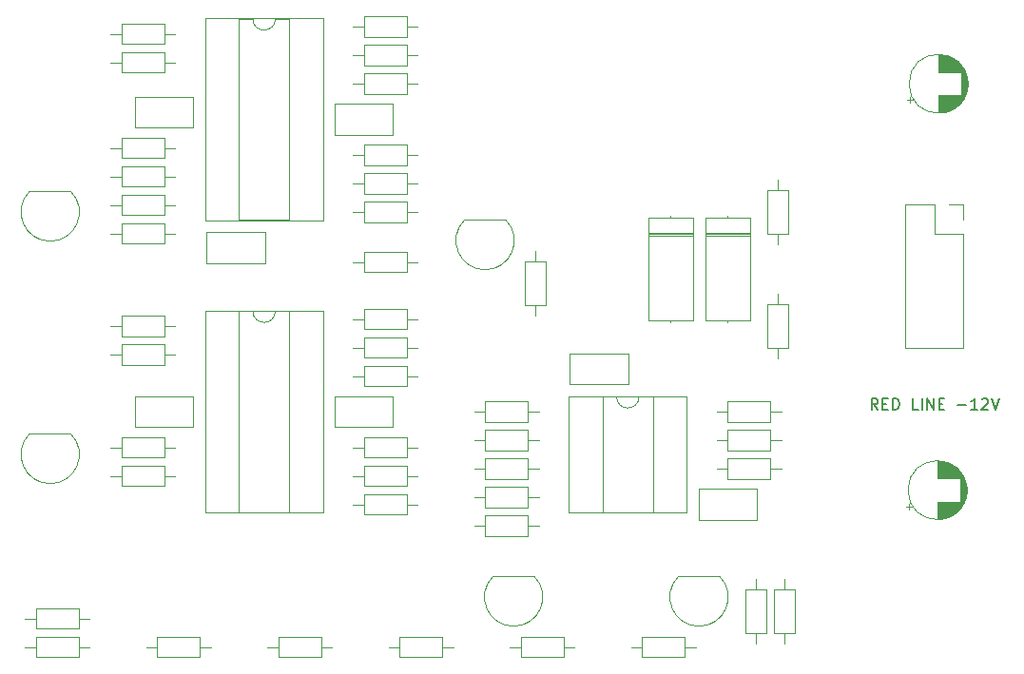
<source format=gbo>
%TF.GenerationSoftware,KiCad,Pcbnew,5.1.12-1.fc34*%
%TF.CreationDate,2022-01-17T20:48:41+01:00*%
%TF.ProjectId,lfo,6c666f2e-6b69-4636-9164-5f7063625858,rev?*%
%TF.SameCoordinates,Original*%
%TF.FileFunction,Legend,Bot*%
%TF.FilePolarity,Positive*%
%FSLAX46Y46*%
G04 Gerber Fmt 4.6, Leading zero omitted, Abs format (unit mm)*
G04 Created by KiCad (PCBNEW 5.1.12-1.fc34) date 2022-01-17 20:48:41*
%MOMM*%
%LPD*%
G01*
G04 APERTURE LIST*
%ADD10C,0.150000*%
%ADD11C,0.120000*%
%ADD12C,3.200000*%
%ADD13C,4.000000*%
%ADD14C,1.800000*%
%ADD15O,2.400000X1.600000*%
%ADD16R,2.400000X1.600000*%
%ADD17C,1.440000*%
%ADD18O,1.400000X1.400000*%
%ADD19C,1.400000*%
%ADD20R,1.050000X1.500000*%
%ADD21O,1.050000X1.500000*%
%ADD22C,2.130000*%
%ADD23R,1.930000X1.830000*%
%ADD24O,1.700000X1.700000*%
%ADD25R,1.700000X1.700000*%
%ADD26O,2.800000X2.800000*%
%ADD27R,2.800000X2.800000*%
%ADD28R,1.800000X1.800000*%
%ADD29C,1.600000*%
%ADD30R,1.600000X1.600000*%
G04 APERTURE END LIST*
D10*
X137851190Y-102052380D02*
X137517857Y-101576190D01*
X137279761Y-102052380D02*
X137279761Y-101052380D01*
X137660714Y-101052380D01*
X137755952Y-101100000D01*
X137803571Y-101147619D01*
X137851190Y-101242857D01*
X137851190Y-101385714D01*
X137803571Y-101480952D01*
X137755952Y-101528571D01*
X137660714Y-101576190D01*
X137279761Y-101576190D01*
X138279761Y-101528571D02*
X138613095Y-101528571D01*
X138755952Y-102052380D02*
X138279761Y-102052380D01*
X138279761Y-101052380D01*
X138755952Y-101052380D01*
X139184523Y-102052380D02*
X139184523Y-101052380D01*
X139422619Y-101052380D01*
X139565476Y-101100000D01*
X139660714Y-101195238D01*
X139708333Y-101290476D01*
X139755952Y-101480952D01*
X139755952Y-101623809D01*
X139708333Y-101814285D01*
X139660714Y-101909523D01*
X139565476Y-102004761D01*
X139422619Y-102052380D01*
X139184523Y-102052380D01*
X141422619Y-102052380D02*
X140946428Y-102052380D01*
X140946428Y-101052380D01*
X141755952Y-102052380D02*
X141755952Y-101052380D01*
X142232142Y-102052380D02*
X142232142Y-101052380D01*
X142803571Y-102052380D01*
X142803571Y-101052380D01*
X143279761Y-101528571D02*
X143613095Y-101528571D01*
X143755952Y-102052380D02*
X143279761Y-102052380D01*
X143279761Y-101052380D01*
X143755952Y-101052380D01*
X144946428Y-101671428D02*
X145708333Y-101671428D01*
X146708333Y-102052380D02*
X146136904Y-102052380D01*
X146422619Y-102052380D02*
X146422619Y-101052380D01*
X146327380Y-101195238D01*
X146232142Y-101290476D01*
X146136904Y-101338095D01*
X147089285Y-101147619D02*
X147136904Y-101100000D01*
X147232142Y-101052380D01*
X147470238Y-101052380D01*
X147565476Y-101100000D01*
X147613095Y-101147619D01*
X147660714Y-101242857D01*
X147660714Y-101338095D01*
X147613095Y-101480952D01*
X147041666Y-102052380D01*
X147660714Y-102052380D01*
X147946428Y-101052380D02*
X148279761Y-102052380D01*
X148613095Y-101052380D01*
D11*
X116570000Y-100905000D02*
X117820000Y-100905000D01*
X117820000Y-100905000D02*
X117820000Y-111185000D01*
X117820000Y-111185000D02*
X113320000Y-111185000D01*
X113320000Y-111185000D02*
X113320000Y-100905000D01*
X113320000Y-100905000D02*
X114570000Y-100905000D01*
X120820000Y-100845000D02*
X120820000Y-111245000D01*
X120820000Y-111245000D02*
X110320000Y-111245000D01*
X110320000Y-111245000D02*
X110320000Y-100845000D01*
X110320000Y-100845000D02*
X120820000Y-100845000D01*
X114570000Y-100905000D02*
G75*
G03*
X116570000Y-100905000I1000000J0D01*
G01*
X84185000Y-93285000D02*
X85435000Y-93285000D01*
X85435000Y-93285000D02*
X85435000Y-111185000D01*
X85435000Y-111185000D02*
X80935000Y-111185000D01*
X80935000Y-111185000D02*
X80935000Y-93285000D01*
X80935000Y-93285000D02*
X82185000Y-93285000D01*
X88435000Y-93225000D02*
X88435000Y-111245000D01*
X88435000Y-111245000D02*
X77935000Y-111245000D01*
X77935000Y-111245000D02*
X77935000Y-93225000D01*
X77935000Y-93225000D02*
X88435000Y-93225000D01*
X82185000Y-93285000D02*
G75*
G03*
X84185000Y-93285000I1000000J0D01*
G01*
X84185000Y-67250000D02*
X85435000Y-67250000D01*
X85435000Y-67250000D02*
X85435000Y-85150000D01*
X85435000Y-85150000D02*
X80935000Y-85150000D01*
X80935000Y-85150000D02*
X80935000Y-67250000D01*
X80935000Y-67250000D02*
X82185000Y-67250000D01*
X88435000Y-67190000D02*
X88435000Y-85210000D01*
X88435000Y-85210000D02*
X77935000Y-85210000D01*
X77935000Y-85210000D02*
X77935000Y-67190000D01*
X77935000Y-67190000D02*
X88435000Y-67190000D01*
X82185000Y-67250000D02*
G75*
G03*
X84185000Y-67250000I1000000J0D01*
G01*
X106695000Y-103855000D02*
X106695000Y-105695000D01*
X106695000Y-105695000D02*
X102855000Y-105695000D01*
X102855000Y-105695000D02*
X102855000Y-103855000D01*
X102855000Y-103855000D02*
X106695000Y-103855000D01*
X107645000Y-104775000D02*
X106695000Y-104775000D01*
X101905000Y-104775000D02*
X102855000Y-104775000D01*
X129825000Y-96535000D02*
X127985000Y-96535000D01*
X127985000Y-96535000D02*
X127985000Y-92695000D01*
X127985000Y-92695000D02*
X129825000Y-92695000D01*
X129825000Y-92695000D02*
X129825000Y-96535000D01*
X128905000Y-97485000D02*
X128905000Y-96535000D01*
X128905000Y-91745000D02*
X128905000Y-92695000D01*
X127985000Y-82535000D02*
X129825000Y-82535000D01*
X129825000Y-82535000D02*
X129825000Y-86375000D01*
X129825000Y-86375000D02*
X127985000Y-86375000D01*
X127985000Y-86375000D02*
X127985000Y-82535000D01*
X128905000Y-81585000D02*
X128905000Y-82535000D01*
X128905000Y-87325000D02*
X128905000Y-86375000D01*
X95900000Y-67025000D02*
X95900000Y-68865000D01*
X95900000Y-68865000D02*
X92060000Y-68865000D01*
X92060000Y-68865000D02*
X92060000Y-67025000D01*
X92060000Y-67025000D02*
X95900000Y-67025000D01*
X96850000Y-67945000D02*
X95900000Y-67945000D01*
X91110000Y-67945000D02*
X92060000Y-67945000D01*
X73645000Y-124110000D02*
X73645000Y-122270000D01*
X73645000Y-122270000D02*
X77485000Y-122270000D01*
X77485000Y-122270000D02*
X77485000Y-124110000D01*
X77485000Y-124110000D02*
X73645000Y-124110000D01*
X72695000Y-123190000D02*
X73645000Y-123190000D01*
X78435000Y-123190000D02*
X77485000Y-123190000D01*
X95235000Y-124110000D02*
X95235000Y-122270000D01*
X95235000Y-122270000D02*
X99075000Y-122270000D01*
X99075000Y-122270000D02*
X99075000Y-124110000D01*
X99075000Y-124110000D02*
X95235000Y-124110000D01*
X94285000Y-123190000D02*
X95235000Y-123190000D01*
X100025000Y-123190000D02*
X99075000Y-123190000D01*
X70470000Y-95535000D02*
X70470000Y-93695000D01*
X70470000Y-93695000D02*
X74310000Y-93695000D01*
X74310000Y-93695000D02*
X74310000Y-95535000D01*
X74310000Y-95535000D02*
X70470000Y-95535000D01*
X69520000Y-94615000D02*
X70470000Y-94615000D01*
X75260000Y-94615000D02*
X74310000Y-94615000D01*
X84440000Y-124110000D02*
X84440000Y-122270000D01*
X84440000Y-122270000D02*
X88280000Y-122270000D01*
X88280000Y-122270000D02*
X88280000Y-124110000D01*
X88280000Y-124110000D02*
X84440000Y-124110000D01*
X83490000Y-123190000D02*
X84440000Y-123190000D01*
X89230000Y-123190000D02*
X88280000Y-123190000D01*
X74310000Y-96235000D02*
X74310000Y-98075000D01*
X74310000Y-98075000D02*
X70470000Y-98075000D01*
X70470000Y-98075000D02*
X70470000Y-96235000D01*
X70470000Y-96235000D02*
X74310000Y-96235000D01*
X75260000Y-97155000D02*
X74310000Y-97155000D01*
X69520000Y-97155000D02*
X70470000Y-97155000D01*
X95900000Y-109570000D02*
X95900000Y-111410000D01*
X95900000Y-111410000D02*
X92060000Y-111410000D01*
X92060000Y-111410000D02*
X92060000Y-109570000D01*
X92060000Y-109570000D02*
X95900000Y-109570000D01*
X96850000Y-110490000D02*
X95900000Y-110490000D01*
X91110000Y-110490000D02*
X92060000Y-110490000D01*
X106030000Y-124110000D02*
X106030000Y-122270000D01*
X106030000Y-122270000D02*
X109870000Y-122270000D01*
X109870000Y-122270000D02*
X109870000Y-124110000D01*
X109870000Y-124110000D02*
X106030000Y-124110000D01*
X105080000Y-123190000D02*
X106030000Y-123190000D01*
X110820000Y-123190000D02*
X109870000Y-123190000D01*
X106695000Y-106395000D02*
X106695000Y-108235000D01*
X106695000Y-108235000D02*
X102855000Y-108235000D01*
X102855000Y-108235000D02*
X102855000Y-106395000D01*
X102855000Y-106395000D02*
X106695000Y-106395000D01*
X107645000Y-107315000D02*
X106695000Y-107315000D01*
X101905000Y-107315000D02*
X102855000Y-107315000D01*
X95900000Y-104490000D02*
X95900000Y-106330000D01*
X95900000Y-106330000D02*
X92060000Y-106330000D01*
X92060000Y-106330000D02*
X92060000Y-104490000D01*
X92060000Y-104490000D02*
X95900000Y-104490000D01*
X96850000Y-105410000D02*
X95900000Y-105410000D01*
X91110000Y-105410000D02*
X92060000Y-105410000D01*
X92060000Y-108870000D02*
X92060000Y-107030000D01*
X92060000Y-107030000D02*
X95900000Y-107030000D01*
X95900000Y-107030000D02*
X95900000Y-108870000D01*
X95900000Y-108870000D02*
X92060000Y-108870000D01*
X91110000Y-107950000D02*
X92060000Y-107950000D01*
X96850000Y-107950000D02*
X95900000Y-107950000D01*
X124445000Y-103155000D02*
X124445000Y-101315000D01*
X124445000Y-101315000D02*
X128285000Y-101315000D01*
X128285000Y-101315000D02*
X128285000Y-103155000D01*
X128285000Y-103155000D02*
X124445000Y-103155000D01*
X123495000Y-102235000D02*
X124445000Y-102235000D01*
X129235000Y-102235000D02*
X128285000Y-102235000D01*
X127920000Y-121935000D02*
X126080000Y-121935000D01*
X126080000Y-121935000D02*
X126080000Y-118095000D01*
X126080000Y-118095000D02*
X127920000Y-118095000D01*
X127920000Y-118095000D02*
X127920000Y-121935000D01*
X127000000Y-122885000D02*
X127000000Y-121935000D01*
X127000000Y-117145000D02*
X127000000Y-118095000D01*
X130460000Y-121935000D02*
X128620000Y-121935000D01*
X128620000Y-121935000D02*
X128620000Y-118095000D01*
X128620000Y-118095000D02*
X130460000Y-118095000D01*
X130460000Y-118095000D02*
X130460000Y-121935000D01*
X129540000Y-122885000D02*
X129540000Y-121935000D01*
X129540000Y-117145000D02*
X129540000Y-118095000D01*
X92060000Y-94900000D02*
X92060000Y-93060000D01*
X92060000Y-93060000D02*
X95900000Y-93060000D01*
X95900000Y-93060000D02*
X95900000Y-94900000D01*
X95900000Y-94900000D02*
X92060000Y-94900000D01*
X91110000Y-93980000D02*
X92060000Y-93980000D01*
X96850000Y-93980000D02*
X95900000Y-93980000D01*
X124445000Y-105695000D02*
X124445000Y-103855000D01*
X124445000Y-103855000D02*
X128285000Y-103855000D01*
X128285000Y-103855000D02*
X128285000Y-105695000D01*
X128285000Y-105695000D02*
X124445000Y-105695000D01*
X123495000Y-104775000D02*
X124445000Y-104775000D01*
X129235000Y-104775000D02*
X128285000Y-104775000D01*
X124445000Y-108235000D02*
X124445000Y-106395000D01*
X124445000Y-106395000D02*
X128285000Y-106395000D01*
X128285000Y-106395000D02*
X128285000Y-108235000D01*
X128285000Y-108235000D02*
X124445000Y-108235000D01*
X123495000Y-107315000D02*
X124445000Y-107315000D01*
X129235000Y-107315000D02*
X128285000Y-107315000D01*
X106695000Y-111475000D02*
X106695000Y-113315000D01*
X106695000Y-113315000D02*
X102855000Y-113315000D01*
X102855000Y-113315000D02*
X102855000Y-111475000D01*
X102855000Y-111475000D02*
X106695000Y-111475000D01*
X107645000Y-112395000D02*
X106695000Y-112395000D01*
X101905000Y-112395000D02*
X102855000Y-112395000D01*
X92060000Y-99980000D02*
X92060000Y-98140000D01*
X92060000Y-98140000D02*
X95900000Y-98140000D01*
X95900000Y-98140000D02*
X95900000Y-99980000D01*
X95900000Y-99980000D02*
X92060000Y-99980000D01*
X91110000Y-99060000D02*
X92060000Y-99060000D01*
X96850000Y-99060000D02*
X95900000Y-99060000D01*
X92060000Y-97440000D02*
X92060000Y-95600000D01*
X92060000Y-95600000D02*
X95900000Y-95600000D01*
X95900000Y-95600000D02*
X95900000Y-97440000D01*
X95900000Y-97440000D02*
X92060000Y-97440000D01*
X91110000Y-96520000D02*
X92060000Y-96520000D01*
X96850000Y-96520000D02*
X95900000Y-96520000D01*
X62850000Y-124110000D02*
X62850000Y-122270000D01*
X62850000Y-122270000D02*
X66690000Y-122270000D01*
X66690000Y-122270000D02*
X66690000Y-124110000D01*
X66690000Y-124110000D02*
X62850000Y-124110000D01*
X61900000Y-123190000D02*
X62850000Y-123190000D01*
X67640000Y-123190000D02*
X66690000Y-123190000D01*
X102855000Y-103155000D02*
X102855000Y-101315000D01*
X102855000Y-101315000D02*
X106695000Y-101315000D01*
X106695000Y-101315000D02*
X106695000Y-103155000D01*
X106695000Y-103155000D02*
X102855000Y-103155000D01*
X101905000Y-102235000D02*
X102855000Y-102235000D01*
X107645000Y-102235000D02*
X106695000Y-102235000D01*
X66690000Y-119730000D02*
X66690000Y-121570000D01*
X66690000Y-121570000D02*
X62850000Y-121570000D01*
X62850000Y-121570000D02*
X62850000Y-119730000D01*
X62850000Y-119730000D02*
X66690000Y-119730000D01*
X67640000Y-120650000D02*
X66690000Y-120650000D01*
X61900000Y-120650000D02*
X62850000Y-120650000D01*
X74310000Y-104490000D02*
X74310000Y-106330000D01*
X74310000Y-106330000D02*
X70470000Y-106330000D01*
X70470000Y-106330000D02*
X70470000Y-104490000D01*
X70470000Y-104490000D02*
X74310000Y-104490000D01*
X75260000Y-105410000D02*
X74310000Y-105410000D01*
X69520000Y-105410000D02*
X70470000Y-105410000D01*
X70470000Y-108870000D02*
X70470000Y-107030000D01*
X70470000Y-107030000D02*
X74310000Y-107030000D01*
X74310000Y-107030000D02*
X74310000Y-108870000D01*
X74310000Y-108870000D02*
X70470000Y-108870000D01*
X69520000Y-107950000D02*
X70470000Y-107950000D01*
X75260000Y-107950000D02*
X74310000Y-107950000D01*
X106695000Y-108935000D02*
X106695000Y-110775000D01*
X106695000Y-110775000D02*
X102855000Y-110775000D01*
X102855000Y-110775000D02*
X102855000Y-108935000D01*
X102855000Y-108935000D02*
X106695000Y-108935000D01*
X107645000Y-109855000D02*
X106695000Y-109855000D01*
X101905000Y-109855000D02*
X102855000Y-109855000D01*
X116825000Y-124110000D02*
X116825000Y-122270000D01*
X116825000Y-122270000D02*
X120665000Y-122270000D01*
X120665000Y-122270000D02*
X120665000Y-124110000D01*
X120665000Y-124110000D02*
X116825000Y-124110000D01*
X115875000Y-123190000D02*
X116825000Y-123190000D01*
X121615000Y-123190000D02*
X120665000Y-123190000D01*
X70470000Y-72040000D02*
X70470000Y-70200000D01*
X70470000Y-70200000D02*
X74310000Y-70200000D01*
X74310000Y-70200000D02*
X74310000Y-72040000D01*
X74310000Y-72040000D02*
X70470000Y-72040000D01*
X69520000Y-71120000D02*
X70470000Y-71120000D01*
X75260000Y-71120000D02*
X74310000Y-71120000D01*
X106395000Y-88885000D02*
X108235000Y-88885000D01*
X108235000Y-88885000D02*
X108235000Y-92725000D01*
X108235000Y-92725000D02*
X106395000Y-92725000D01*
X106395000Y-92725000D02*
X106395000Y-88885000D01*
X107315000Y-87935000D02*
X107315000Y-88885000D01*
X107315000Y-93675000D02*
X107315000Y-92725000D01*
X74310000Y-67660000D02*
X74310000Y-69500000D01*
X74310000Y-69500000D02*
X70470000Y-69500000D01*
X70470000Y-69500000D02*
X70470000Y-67660000D01*
X70470000Y-67660000D02*
X74310000Y-67660000D01*
X75260000Y-68580000D02*
X74310000Y-68580000D01*
X69520000Y-68580000D02*
X70470000Y-68580000D01*
X92060000Y-89820000D02*
X92060000Y-87980000D01*
X92060000Y-87980000D02*
X95900000Y-87980000D01*
X95900000Y-87980000D02*
X95900000Y-89820000D01*
X95900000Y-89820000D02*
X92060000Y-89820000D01*
X91110000Y-88900000D02*
X92060000Y-88900000D01*
X96850000Y-88900000D02*
X95900000Y-88900000D01*
X95900000Y-78455000D02*
X95900000Y-80295000D01*
X95900000Y-80295000D02*
X92060000Y-80295000D01*
X92060000Y-80295000D02*
X92060000Y-78455000D01*
X92060000Y-78455000D02*
X95900000Y-78455000D01*
X96850000Y-79375000D02*
X95900000Y-79375000D01*
X91110000Y-79375000D02*
X92060000Y-79375000D01*
X74310000Y-77820000D02*
X74310000Y-79660000D01*
X74310000Y-79660000D02*
X70470000Y-79660000D01*
X70470000Y-79660000D02*
X70470000Y-77820000D01*
X70470000Y-77820000D02*
X74310000Y-77820000D01*
X75260000Y-78740000D02*
X74310000Y-78740000D01*
X69520000Y-78740000D02*
X70470000Y-78740000D01*
X70470000Y-87280000D02*
X70470000Y-85440000D01*
X70470000Y-85440000D02*
X74310000Y-85440000D01*
X74310000Y-85440000D02*
X74310000Y-87280000D01*
X74310000Y-87280000D02*
X70470000Y-87280000D01*
X69520000Y-86360000D02*
X70470000Y-86360000D01*
X75260000Y-86360000D02*
X74310000Y-86360000D01*
X74310000Y-80360000D02*
X74310000Y-82200000D01*
X74310000Y-82200000D02*
X70470000Y-82200000D01*
X70470000Y-82200000D02*
X70470000Y-80360000D01*
X70470000Y-80360000D02*
X74310000Y-80360000D01*
X75260000Y-81280000D02*
X74310000Y-81280000D01*
X69520000Y-81280000D02*
X70470000Y-81280000D01*
X74310000Y-82900000D02*
X74310000Y-84740000D01*
X74310000Y-84740000D02*
X70470000Y-84740000D01*
X70470000Y-84740000D02*
X70470000Y-82900000D01*
X70470000Y-82900000D02*
X74310000Y-82900000D01*
X75260000Y-83820000D02*
X74310000Y-83820000D01*
X69520000Y-83820000D02*
X70470000Y-83820000D01*
X92060000Y-85375000D02*
X92060000Y-83535000D01*
X92060000Y-83535000D02*
X95900000Y-83535000D01*
X95900000Y-83535000D02*
X95900000Y-85375000D01*
X95900000Y-85375000D02*
X92060000Y-85375000D01*
X91110000Y-84455000D02*
X92060000Y-84455000D01*
X96850000Y-84455000D02*
X95900000Y-84455000D01*
X92060000Y-82835000D02*
X92060000Y-80995000D01*
X92060000Y-80995000D02*
X95900000Y-80995000D01*
X95900000Y-80995000D02*
X95900000Y-82835000D01*
X95900000Y-82835000D02*
X92060000Y-82835000D01*
X91110000Y-81915000D02*
X92060000Y-81915000D01*
X96850000Y-81915000D02*
X95900000Y-81915000D01*
X92060000Y-73945000D02*
X92060000Y-72105000D01*
X92060000Y-72105000D02*
X95900000Y-72105000D01*
X95900000Y-72105000D02*
X95900000Y-73945000D01*
X95900000Y-73945000D02*
X92060000Y-73945000D01*
X91110000Y-73025000D02*
X92060000Y-73025000D01*
X96850000Y-73025000D02*
X95900000Y-73025000D01*
X92060000Y-71405000D02*
X92060000Y-69565000D01*
X92060000Y-69565000D02*
X95900000Y-69565000D01*
X95900000Y-69565000D02*
X95900000Y-71405000D01*
X95900000Y-71405000D02*
X92060000Y-71405000D01*
X91110000Y-70485000D02*
X92060000Y-70485000D01*
X96850000Y-70485000D02*
X95900000Y-70485000D01*
X120120000Y-116895000D02*
X123720000Y-116895000D01*
X123758478Y-116906522D02*
G75*
G02*
X121920000Y-121345000I-1838478J-1838478D01*
G01*
X120081522Y-116906522D02*
G75*
G03*
X121920000Y-121345000I1838478J-1838478D01*
G01*
X62335000Y-104195000D02*
X65935000Y-104195000D01*
X65973478Y-104206522D02*
G75*
G02*
X64135000Y-108645000I-1838478J-1838478D01*
G01*
X62296522Y-104206522D02*
G75*
G03*
X64135000Y-108645000I1838478J-1838478D01*
G01*
X103610000Y-116895000D02*
X107210000Y-116895000D01*
X107248478Y-116906522D02*
G75*
G02*
X105410000Y-121345000I-1838478J-1838478D01*
G01*
X103571522Y-116906522D02*
G75*
G03*
X105410000Y-121345000I1838478J-1838478D01*
G01*
X101070000Y-85145000D02*
X104670000Y-85145000D01*
X104708478Y-85156522D02*
G75*
G02*
X102870000Y-89595000I-1838478J-1838478D01*
G01*
X101031522Y-85156522D02*
G75*
G03*
X102870000Y-89595000I1838478J-1838478D01*
G01*
X62335000Y-82605000D02*
X65935000Y-82605000D01*
X65973478Y-82616522D02*
G75*
G02*
X64135000Y-87055000I-1838478J-1838478D01*
G01*
X62296522Y-82616522D02*
G75*
G03*
X64135000Y-87055000I1838478J-1838478D01*
G01*
X145475000Y-96580000D02*
X140275000Y-96580000D01*
X145475000Y-86360000D02*
X145475000Y-96580000D01*
X140275000Y-83760000D02*
X140275000Y-96580000D01*
X145475000Y-86360000D02*
X142875000Y-86360000D01*
X142875000Y-86360000D02*
X142875000Y-83760000D01*
X142875000Y-83760000D02*
X140275000Y-83760000D01*
X145475000Y-85090000D02*
X145475000Y-83760000D01*
X145475000Y-83760000D02*
X144145000Y-83760000D01*
X122490000Y-84965000D02*
X126430000Y-84965000D01*
X126430000Y-84965000D02*
X126430000Y-94105000D01*
X126430000Y-94105000D02*
X122490000Y-94105000D01*
X122490000Y-94105000D02*
X122490000Y-84965000D01*
X124460000Y-84825000D02*
X124460000Y-84965000D01*
X124460000Y-94245000D02*
X124460000Y-94105000D01*
X122490000Y-86420000D02*
X126430000Y-86420000D01*
X122490000Y-86540000D02*
X126430000Y-86540000D01*
X122490000Y-86300000D02*
X126430000Y-86300000D01*
X117410000Y-84965000D02*
X121350000Y-84965000D01*
X121350000Y-84965000D02*
X121350000Y-94105000D01*
X121350000Y-94105000D02*
X117410000Y-94105000D01*
X117410000Y-94105000D02*
X117410000Y-84965000D01*
X119380000Y-84825000D02*
X119380000Y-84965000D01*
X119380000Y-94245000D02*
X119380000Y-94105000D01*
X117410000Y-86420000D02*
X121350000Y-86420000D01*
X117410000Y-86540000D02*
X121350000Y-86540000D01*
X117410000Y-86300000D02*
X121350000Y-86300000D01*
X145765000Y-109220000D02*
G75*
G03*
X145765000Y-109220000I-2620000J0D01*
G01*
X143145000Y-108180000D02*
X143145000Y-106640000D01*
X143145000Y-111800000D02*
X143145000Y-110260000D01*
X143185000Y-108180000D02*
X143185000Y-106640000D01*
X143185000Y-111800000D02*
X143185000Y-110260000D01*
X143225000Y-111799000D02*
X143225000Y-110260000D01*
X143225000Y-108180000D02*
X143225000Y-106641000D01*
X143265000Y-111798000D02*
X143265000Y-110260000D01*
X143265000Y-108180000D02*
X143265000Y-106642000D01*
X143305000Y-111796000D02*
X143305000Y-110260000D01*
X143305000Y-108180000D02*
X143305000Y-106644000D01*
X143345000Y-111793000D02*
X143345000Y-110260000D01*
X143345000Y-108180000D02*
X143345000Y-106647000D01*
X143385000Y-111789000D02*
X143385000Y-110260000D01*
X143385000Y-108180000D02*
X143385000Y-106651000D01*
X143425000Y-111785000D02*
X143425000Y-110260000D01*
X143425000Y-108180000D02*
X143425000Y-106655000D01*
X143465000Y-111781000D02*
X143465000Y-110260000D01*
X143465000Y-108180000D02*
X143465000Y-106659000D01*
X143505000Y-111776000D02*
X143505000Y-110260000D01*
X143505000Y-108180000D02*
X143505000Y-106664000D01*
X143545000Y-111770000D02*
X143545000Y-110260000D01*
X143545000Y-108180000D02*
X143545000Y-106670000D01*
X143585000Y-111763000D02*
X143585000Y-110260000D01*
X143585000Y-108180000D02*
X143585000Y-106677000D01*
X143625000Y-111756000D02*
X143625000Y-110260000D01*
X143625000Y-108180000D02*
X143625000Y-106684000D01*
X143665000Y-111748000D02*
X143665000Y-110260000D01*
X143665000Y-108180000D02*
X143665000Y-106692000D01*
X143705000Y-111740000D02*
X143705000Y-110260000D01*
X143705000Y-108180000D02*
X143705000Y-106700000D01*
X143745000Y-111731000D02*
X143745000Y-110260000D01*
X143745000Y-108180000D02*
X143745000Y-106709000D01*
X143785000Y-111721000D02*
X143785000Y-110260000D01*
X143785000Y-108180000D02*
X143785000Y-106719000D01*
X143825000Y-111711000D02*
X143825000Y-110260000D01*
X143825000Y-108180000D02*
X143825000Y-106729000D01*
X143866000Y-111700000D02*
X143866000Y-110260000D01*
X143866000Y-108180000D02*
X143866000Y-106740000D01*
X143906000Y-111688000D02*
X143906000Y-110260000D01*
X143906000Y-108180000D02*
X143906000Y-106752000D01*
X143946000Y-111675000D02*
X143946000Y-110260000D01*
X143946000Y-108180000D02*
X143946000Y-106765000D01*
X143986000Y-111662000D02*
X143986000Y-110260000D01*
X143986000Y-108180000D02*
X143986000Y-106778000D01*
X144026000Y-111648000D02*
X144026000Y-110260000D01*
X144026000Y-108180000D02*
X144026000Y-106792000D01*
X144066000Y-111634000D02*
X144066000Y-110260000D01*
X144066000Y-108180000D02*
X144066000Y-106806000D01*
X144106000Y-111618000D02*
X144106000Y-110260000D01*
X144106000Y-108180000D02*
X144106000Y-106822000D01*
X144146000Y-111602000D02*
X144146000Y-110260000D01*
X144146000Y-108180000D02*
X144146000Y-106838000D01*
X144186000Y-111585000D02*
X144186000Y-110260000D01*
X144186000Y-108180000D02*
X144186000Y-106855000D01*
X144226000Y-111568000D02*
X144226000Y-110260000D01*
X144226000Y-108180000D02*
X144226000Y-106872000D01*
X144266000Y-111549000D02*
X144266000Y-110260000D01*
X144266000Y-108180000D02*
X144266000Y-106891000D01*
X144306000Y-111530000D02*
X144306000Y-110260000D01*
X144306000Y-108180000D02*
X144306000Y-106910000D01*
X144346000Y-111510000D02*
X144346000Y-110260000D01*
X144346000Y-108180000D02*
X144346000Y-106930000D01*
X144386000Y-111488000D02*
X144386000Y-110260000D01*
X144386000Y-108180000D02*
X144386000Y-106952000D01*
X144426000Y-111467000D02*
X144426000Y-110260000D01*
X144426000Y-108180000D02*
X144426000Y-106973000D01*
X144466000Y-111444000D02*
X144466000Y-110260000D01*
X144466000Y-108180000D02*
X144466000Y-106996000D01*
X144506000Y-111420000D02*
X144506000Y-110260000D01*
X144506000Y-108180000D02*
X144506000Y-107020000D01*
X144546000Y-111395000D02*
X144546000Y-110260000D01*
X144546000Y-108180000D02*
X144546000Y-107045000D01*
X144586000Y-111369000D02*
X144586000Y-110260000D01*
X144586000Y-108180000D02*
X144586000Y-107071000D01*
X144626000Y-111342000D02*
X144626000Y-110260000D01*
X144626000Y-108180000D02*
X144626000Y-107098000D01*
X144666000Y-111315000D02*
X144666000Y-110260000D01*
X144666000Y-108180000D02*
X144666000Y-107125000D01*
X144706000Y-111285000D02*
X144706000Y-110260000D01*
X144706000Y-108180000D02*
X144706000Y-107155000D01*
X144746000Y-111255000D02*
X144746000Y-110260000D01*
X144746000Y-108180000D02*
X144746000Y-107185000D01*
X144786000Y-111224000D02*
X144786000Y-110260000D01*
X144786000Y-108180000D02*
X144786000Y-107216000D01*
X144826000Y-111191000D02*
X144826000Y-110260000D01*
X144826000Y-108180000D02*
X144826000Y-107249000D01*
X144866000Y-111157000D02*
X144866000Y-110260000D01*
X144866000Y-108180000D02*
X144866000Y-107283000D01*
X144906000Y-111121000D02*
X144906000Y-110260000D01*
X144906000Y-108180000D02*
X144906000Y-107319000D01*
X144946000Y-111084000D02*
X144946000Y-110260000D01*
X144946000Y-108180000D02*
X144946000Y-107356000D01*
X144986000Y-111046000D02*
X144986000Y-110260000D01*
X144986000Y-108180000D02*
X144986000Y-107394000D01*
X145026000Y-111005000D02*
X145026000Y-110260000D01*
X145026000Y-108180000D02*
X145026000Y-107435000D01*
X145066000Y-110963000D02*
X145066000Y-110260000D01*
X145066000Y-108180000D02*
X145066000Y-107477000D01*
X145106000Y-110919000D02*
X145106000Y-110260000D01*
X145106000Y-108180000D02*
X145106000Y-107521000D01*
X145146000Y-110873000D02*
X145146000Y-110260000D01*
X145146000Y-108180000D02*
X145146000Y-107567000D01*
X145186000Y-110825000D02*
X145186000Y-107615000D01*
X145226000Y-110774000D02*
X145226000Y-107666000D01*
X145266000Y-110720000D02*
X145266000Y-107720000D01*
X145306000Y-110663000D02*
X145306000Y-107777000D01*
X145346000Y-110603000D02*
X145346000Y-107837000D01*
X145386000Y-110539000D02*
X145386000Y-107901000D01*
X145426000Y-110471000D02*
X145426000Y-107969000D01*
X145466000Y-110398000D02*
X145466000Y-108042000D01*
X145506000Y-110318000D02*
X145506000Y-108122000D01*
X145546000Y-110231000D02*
X145546000Y-108209000D01*
X145586000Y-110135000D02*
X145586000Y-108305000D01*
X145626000Y-110025000D02*
X145626000Y-108415000D01*
X145666000Y-109897000D02*
X145666000Y-108543000D01*
X145706000Y-109738000D02*
X145706000Y-108702000D01*
X145746000Y-109504000D02*
X145746000Y-108936000D01*
X140340225Y-110695000D02*
X140840225Y-110695000D01*
X140590225Y-110945000D02*
X140590225Y-110445000D01*
X145860000Y-73025000D02*
G75*
G03*
X145860000Y-73025000I-2620000J0D01*
G01*
X143240000Y-71985000D02*
X143240000Y-70445000D01*
X143240000Y-75605000D02*
X143240000Y-74065000D01*
X143280000Y-71985000D02*
X143280000Y-70445000D01*
X143280000Y-75605000D02*
X143280000Y-74065000D01*
X143320000Y-75604000D02*
X143320000Y-74065000D01*
X143320000Y-71985000D02*
X143320000Y-70446000D01*
X143360000Y-75603000D02*
X143360000Y-74065000D01*
X143360000Y-71985000D02*
X143360000Y-70447000D01*
X143400000Y-75601000D02*
X143400000Y-74065000D01*
X143400000Y-71985000D02*
X143400000Y-70449000D01*
X143440000Y-75598000D02*
X143440000Y-74065000D01*
X143440000Y-71985000D02*
X143440000Y-70452000D01*
X143480000Y-75594000D02*
X143480000Y-74065000D01*
X143480000Y-71985000D02*
X143480000Y-70456000D01*
X143520000Y-75590000D02*
X143520000Y-74065000D01*
X143520000Y-71985000D02*
X143520000Y-70460000D01*
X143560000Y-75586000D02*
X143560000Y-74065000D01*
X143560000Y-71985000D02*
X143560000Y-70464000D01*
X143600000Y-75581000D02*
X143600000Y-74065000D01*
X143600000Y-71985000D02*
X143600000Y-70469000D01*
X143640000Y-75575000D02*
X143640000Y-74065000D01*
X143640000Y-71985000D02*
X143640000Y-70475000D01*
X143680000Y-75568000D02*
X143680000Y-74065000D01*
X143680000Y-71985000D02*
X143680000Y-70482000D01*
X143720000Y-75561000D02*
X143720000Y-74065000D01*
X143720000Y-71985000D02*
X143720000Y-70489000D01*
X143760000Y-75553000D02*
X143760000Y-74065000D01*
X143760000Y-71985000D02*
X143760000Y-70497000D01*
X143800000Y-75545000D02*
X143800000Y-74065000D01*
X143800000Y-71985000D02*
X143800000Y-70505000D01*
X143840000Y-75536000D02*
X143840000Y-74065000D01*
X143840000Y-71985000D02*
X143840000Y-70514000D01*
X143880000Y-75526000D02*
X143880000Y-74065000D01*
X143880000Y-71985000D02*
X143880000Y-70524000D01*
X143920000Y-75516000D02*
X143920000Y-74065000D01*
X143920000Y-71985000D02*
X143920000Y-70534000D01*
X143961000Y-75505000D02*
X143961000Y-74065000D01*
X143961000Y-71985000D02*
X143961000Y-70545000D01*
X144001000Y-75493000D02*
X144001000Y-74065000D01*
X144001000Y-71985000D02*
X144001000Y-70557000D01*
X144041000Y-75480000D02*
X144041000Y-74065000D01*
X144041000Y-71985000D02*
X144041000Y-70570000D01*
X144081000Y-75467000D02*
X144081000Y-74065000D01*
X144081000Y-71985000D02*
X144081000Y-70583000D01*
X144121000Y-75453000D02*
X144121000Y-74065000D01*
X144121000Y-71985000D02*
X144121000Y-70597000D01*
X144161000Y-75439000D02*
X144161000Y-74065000D01*
X144161000Y-71985000D02*
X144161000Y-70611000D01*
X144201000Y-75423000D02*
X144201000Y-74065000D01*
X144201000Y-71985000D02*
X144201000Y-70627000D01*
X144241000Y-75407000D02*
X144241000Y-74065000D01*
X144241000Y-71985000D02*
X144241000Y-70643000D01*
X144281000Y-75390000D02*
X144281000Y-74065000D01*
X144281000Y-71985000D02*
X144281000Y-70660000D01*
X144321000Y-75373000D02*
X144321000Y-74065000D01*
X144321000Y-71985000D02*
X144321000Y-70677000D01*
X144361000Y-75354000D02*
X144361000Y-74065000D01*
X144361000Y-71985000D02*
X144361000Y-70696000D01*
X144401000Y-75335000D02*
X144401000Y-74065000D01*
X144401000Y-71985000D02*
X144401000Y-70715000D01*
X144441000Y-75315000D02*
X144441000Y-74065000D01*
X144441000Y-71985000D02*
X144441000Y-70735000D01*
X144481000Y-75293000D02*
X144481000Y-74065000D01*
X144481000Y-71985000D02*
X144481000Y-70757000D01*
X144521000Y-75272000D02*
X144521000Y-74065000D01*
X144521000Y-71985000D02*
X144521000Y-70778000D01*
X144561000Y-75249000D02*
X144561000Y-74065000D01*
X144561000Y-71985000D02*
X144561000Y-70801000D01*
X144601000Y-75225000D02*
X144601000Y-74065000D01*
X144601000Y-71985000D02*
X144601000Y-70825000D01*
X144641000Y-75200000D02*
X144641000Y-74065000D01*
X144641000Y-71985000D02*
X144641000Y-70850000D01*
X144681000Y-75174000D02*
X144681000Y-74065000D01*
X144681000Y-71985000D02*
X144681000Y-70876000D01*
X144721000Y-75147000D02*
X144721000Y-74065000D01*
X144721000Y-71985000D02*
X144721000Y-70903000D01*
X144761000Y-75120000D02*
X144761000Y-74065000D01*
X144761000Y-71985000D02*
X144761000Y-70930000D01*
X144801000Y-75090000D02*
X144801000Y-74065000D01*
X144801000Y-71985000D02*
X144801000Y-70960000D01*
X144841000Y-75060000D02*
X144841000Y-74065000D01*
X144841000Y-71985000D02*
X144841000Y-70990000D01*
X144881000Y-75029000D02*
X144881000Y-74065000D01*
X144881000Y-71985000D02*
X144881000Y-71021000D01*
X144921000Y-74996000D02*
X144921000Y-74065000D01*
X144921000Y-71985000D02*
X144921000Y-71054000D01*
X144961000Y-74962000D02*
X144961000Y-74065000D01*
X144961000Y-71985000D02*
X144961000Y-71088000D01*
X145001000Y-74926000D02*
X145001000Y-74065000D01*
X145001000Y-71985000D02*
X145001000Y-71124000D01*
X145041000Y-74889000D02*
X145041000Y-74065000D01*
X145041000Y-71985000D02*
X145041000Y-71161000D01*
X145081000Y-74851000D02*
X145081000Y-74065000D01*
X145081000Y-71985000D02*
X145081000Y-71199000D01*
X145121000Y-74810000D02*
X145121000Y-74065000D01*
X145121000Y-71985000D02*
X145121000Y-71240000D01*
X145161000Y-74768000D02*
X145161000Y-74065000D01*
X145161000Y-71985000D02*
X145161000Y-71282000D01*
X145201000Y-74724000D02*
X145201000Y-74065000D01*
X145201000Y-71985000D02*
X145201000Y-71326000D01*
X145241000Y-74678000D02*
X145241000Y-74065000D01*
X145241000Y-71985000D02*
X145241000Y-71372000D01*
X145281000Y-74630000D02*
X145281000Y-71420000D01*
X145321000Y-74579000D02*
X145321000Y-71471000D01*
X145361000Y-74525000D02*
X145361000Y-71525000D01*
X145401000Y-74468000D02*
X145401000Y-71582000D01*
X145441000Y-74408000D02*
X145441000Y-71642000D01*
X145481000Y-74344000D02*
X145481000Y-71706000D01*
X145521000Y-74276000D02*
X145521000Y-71774000D01*
X145561000Y-74203000D02*
X145561000Y-71847000D01*
X145601000Y-74123000D02*
X145601000Y-71927000D01*
X145641000Y-74036000D02*
X145641000Y-72014000D01*
X145681000Y-73940000D02*
X145681000Y-72110000D01*
X145721000Y-73830000D02*
X145721000Y-72220000D01*
X145761000Y-73702000D02*
X145761000Y-72348000D01*
X145801000Y-73543000D02*
X145801000Y-72507000D01*
X145841000Y-73309000D02*
X145841000Y-72741000D01*
X140435225Y-74500000D02*
X140935225Y-74500000D01*
X140685225Y-74750000D02*
X140685225Y-74250000D01*
X83285000Y-86260000D02*
X78045000Y-86260000D01*
X83285000Y-89000000D02*
X78045000Y-89000000D01*
X83285000Y-86260000D02*
X83285000Y-89000000D01*
X78045000Y-86260000D02*
X78045000Y-89000000D01*
X127100000Y-109120000D02*
X121860000Y-109120000D01*
X127100000Y-111860000D02*
X121860000Y-111860000D01*
X127100000Y-109120000D02*
X127100000Y-111860000D01*
X121860000Y-109120000D02*
X121860000Y-111860000D01*
X110390000Y-99795000D02*
X115630000Y-99795000D01*
X110390000Y-97055000D02*
X115630000Y-97055000D01*
X110390000Y-99795000D02*
X110390000Y-97055000D01*
X115630000Y-99795000D02*
X115630000Y-97055000D01*
X71655000Y-103605000D02*
X76895000Y-103605000D01*
X71655000Y-100865000D02*
X76895000Y-100865000D01*
X71655000Y-103605000D02*
X71655000Y-100865000D01*
X76895000Y-103605000D02*
X76895000Y-100865000D01*
X89435000Y-103605000D02*
X94675000Y-103605000D01*
X89435000Y-100865000D02*
X94675000Y-100865000D01*
X89435000Y-103605000D02*
X89435000Y-100865000D01*
X94675000Y-103605000D02*
X94675000Y-100865000D01*
X71655000Y-76935000D02*
X76895000Y-76935000D01*
X71655000Y-74195000D02*
X76895000Y-74195000D01*
X71655000Y-76935000D02*
X71655000Y-74195000D01*
X76895000Y-76935000D02*
X76895000Y-74195000D01*
X89435000Y-77570000D02*
X94675000Y-77570000D01*
X89435000Y-74830000D02*
X94675000Y-74830000D01*
X89435000Y-77570000D02*
X89435000Y-74830000D01*
X94675000Y-77570000D02*
X94675000Y-74830000D01*
%LPC*%
D12*
X151130000Y-135890000D03*
X151130000Y-73025000D03*
X130810000Y-52070000D03*
D13*
X113375000Y-73780000D03*
X103875000Y-73780000D03*
D14*
X111125000Y-81280000D03*
X108625000Y-81280000D03*
X106125000Y-81280000D03*
D15*
X111760000Y-102235000D03*
X119380000Y-109855000D03*
X111760000Y-104775000D03*
X119380000Y-107315000D03*
X111760000Y-107315000D03*
X119380000Y-104775000D03*
X111760000Y-109855000D03*
D16*
X119380000Y-102235000D03*
D15*
X79375000Y-94615000D03*
X86995000Y-109855000D03*
X79375000Y-97155000D03*
X86995000Y-107315000D03*
X79375000Y-99695000D03*
X86995000Y-104775000D03*
X79375000Y-102235000D03*
X86995000Y-102235000D03*
X79375000Y-104775000D03*
X86995000Y-99695000D03*
X79375000Y-107315000D03*
X86995000Y-97155000D03*
X79375000Y-109855000D03*
D16*
X86995000Y-94615000D03*
D15*
X79375000Y-68580000D03*
X86995000Y-83820000D03*
X79375000Y-71120000D03*
X86995000Y-81280000D03*
X79375000Y-73660000D03*
X86995000Y-78740000D03*
X79375000Y-76200000D03*
X86995000Y-76200000D03*
X79375000Y-78740000D03*
X86995000Y-73660000D03*
X79375000Y-81280000D03*
X86995000Y-71120000D03*
X79375000Y-83820000D03*
D16*
X86995000Y-68580000D03*
D17*
X116205000Y-118745000D03*
X113665000Y-118745000D03*
X111125000Y-118745000D03*
X99695000Y-118745000D03*
X97155000Y-118745000D03*
X94615000Y-118745000D03*
D13*
X150205000Y-56000000D03*
X140705000Y-56000000D03*
D14*
X147955000Y-63500000D03*
X145455000Y-63500000D03*
X142955000Y-63500000D03*
D18*
X100965000Y-104775000D03*
D19*
X108585000Y-104775000D03*
D18*
X128905000Y-90805000D03*
D19*
X128905000Y-98425000D03*
D18*
X128905000Y-88265000D03*
D19*
X128905000Y-80645000D03*
D18*
X90170000Y-67945000D03*
D19*
X97790000Y-67945000D03*
D18*
X79375000Y-123190000D03*
D19*
X71755000Y-123190000D03*
D18*
X100965000Y-123190000D03*
D19*
X93345000Y-123190000D03*
D18*
X76200000Y-94615000D03*
D19*
X68580000Y-94615000D03*
D18*
X90170000Y-123190000D03*
D19*
X82550000Y-123190000D03*
D18*
X68580000Y-97155000D03*
D19*
X76200000Y-97155000D03*
D18*
X90170000Y-110490000D03*
D19*
X97790000Y-110490000D03*
D18*
X111760000Y-123190000D03*
D19*
X104140000Y-123190000D03*
D17*
X78105000Y-118745000D03*
X75565000Y-118745000D03*
X73025000Y-118745000D03*
D18*
X100965000Y-107315000D03*
D19*
X108585000Y-107315000D03*
D18*
X90170000Y-105410000D03*
D19*
X97790000Y-105410000D03*
D18*
X97790000Y-107950000D03*
D19*
X90170000Y-107950000D03*
D18*
X130175000Y-102235000D03*
D19*
X122555000Y-102235000D03*
D18*
X127000000Y-116205000D03*
D19*
X127000000Y-123825000D03*
D18*
X129540000Y-116205000D03*
D19*
X129540000Y-123825000D03*
D18*
X97790000Y-93980000D03*
D19*
X90170000Y-93980000D03*
D18*
X130175000Y-104775000D03*
D19*
X122555000Y-104775000D03*
D18*
X130175000Y-107315000D03*
D19*
X122555000Y-107315000D03*
D18*
X100965000Y-112395000D03*
D19*
X108585000Y-112395000D03*
D18*
X97790000Y-99060000D03*
D19*
X90170000Y-99060000D03*
D18*
X97790000Y-96520000D03*
D19*
X90170000Y-96520000D03*
D18*
X68580000Y-123190000D03*
D19*
X60960000Y-123190000D03*
D18*
X108585000Y-102235000D03*
D19*
X100965000Y-102235000D03*
D18*
X60960000Y-120650000D03*
D19*
X68580000Y-120650000D03*
D18*
X68580000Y-105410000D03*
D19*
X76200000Y-105410000D03*
D18*
X76200000Y-107950000D03*
D19*
X68580000Y-107950000D03*
D18*
X100965000Y-109855000D03*
D19*
X108585000Y-109855000D03*
D18*
X122555000Y-123190000D03*
D19*
X114935000Y-123190000D03*
D18*
X76200000Y-71120000D03*
D19*
X68580000Y-71120000D03*
D18*
X107315000Y-94615000D03*
D19*
X107315000Y-86995000D03*
D18*
X68580000Y-68580000D03*
D19*
X76200000Y-68580000D03*
D18*
X97790000Y-88900000D03*
D19*
X90170000Y-88900000D03*
D18*
X90170000Y-79375000D03*
D19*
X97790000Y-79375000D03*
D18*
X68580000Y-78740000D03*
D19*
X76200000Y-78740000D03*
D18*
X76200000Y-86360000D03*
D19*
X68580000Y-86360000D03*
D18*
X68580000Y-81280000D03*
D19*
X76200000Y-81280000D03*
D18*
X68580000Y-83820000D03*
D19*
X76200000Y-83820000D03*
D18*
X97790000Y-84455000D03*
D19*
X90170000Y-84455000D03*
D18*
X97790000Y-81915000D03*
D19*
X90170000Y-81915000D03*
D18*
X97790000Y-73025000D03*
D19*
X90170000Y-73025000D03*
D18*
X97790000Y-70485000D03*
D19*
X90170000Y-70485000D03*
D20*
X120650000Y-118745000D03*
D21*
X123190000Y-118745000D03*
X121920000Y-118745000D03*
D20*
X62865000Y-106045000D03*
D21*
X65405000Y-106045000D03*
X64135000Y-106045000D03*
D20*
X104140000Y-118745000D03*
D21*
X106680000Y-118745000D03*
X105410000Y-118745000D03*
D20*
X101600000Y-86995000D03*
D21*
X104140000Y-86995000D03*
X102870000Y-86995000D03*
D20*
X62865000Y-84455000D03*
D21*
X65405000Y-84455000D03*
X64135000Y-84455000D03*
D22*
X75565000Y-137765000D03*
D23*
X75565000Y-126365000D03*
D22*
X75565000Y-129465000D03*
X97155000Y-137765000D03*
D23*
X97155000Y-126365000D03*
D22*
X97155000Y-129465000D03*
X107950000Y-137765000D03*
D23*
X107950000Y-126365000D03*
D22*
X107950000Y-129465000D03*
X86360000Y-137765000D03*
D23*
X86360000Y-126365000D03*
D22*
X86360000Y-129465000D03*
X64770000Y-137765000D03*
D23*
X64770000Y-126365000D03*
D22*
X64770000Y-129465000D03*
X118745000Y-137765000D03*
D23*
X118745000Y-126365000D03*
D22*
X118745000Y-129465000D03*
D24*
X141605000Y-95250000D03*
X144145000Y-95250000D03*
X141605000Y-92710000D03*
X144145000Y-92710000D03*
X141605000Y-90170000D03*
X144145000Y-90170000D03*
X141605000Y-87630000D03*
X144145000Y-87630000D03*
X141605000Y-85090000D03*
D25*
X144145000Y-85090000D03*
D22*
X64770000Y-61565000D03*
D23*
X64770000Y-50165000D03*
D22*
X64770000Y-53265000D03*
D26*
X124460000Y-95885000D03*
D27*
X124460000Y-83185000D03*
D26*
X119380000Y-95885000D03*
D27*
X119380000Y-83185000D03*
D14*
X104140000Y-93345000D03*
D28*
X101600000Y-93345000D03*
D29*
X144145000Y-109220000D03*
D30*
X142145000Y-109220000D03*
D29*
X144240000Y-73025000D03*
D30*
X142240000Y-73025000D03*
D29*
X79415000Y-87630000D03*
X81915000Y-87630000D03*
X123230000Y-110490000D03*
X125730000Y-110490000D03*
X114260000Y-98425000D03*
X111760000Y-98425000D03*
X75525000Y-102235000D03*
X73025000Y-102235000D03*
X93305000Y-102235000D03*
X90805000Y-102235000D03*
X75525000Y-75565000D03*
X73025000Y-75565000D03*
X93305000Y-76200000D03*
X90805000Y-76200000D03*
M02*

</source>
